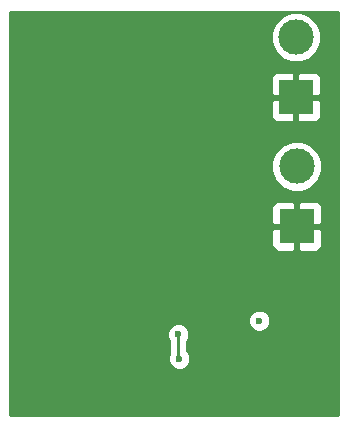
<source format=gbr>
G04 #@! TF.FileFunction,Copper,L2,Bot,Signal*
%FSLAX46Y46*%
G04 Gerber Fmt 4.6, Leading zero omitted, Abs format (unit mm)*
G04 Created by KiCad (PCBNEW 4.0.7) date 09/28/20 15:07:36*
%MOMM*%
%LPD*%
G01*
G04 APERTURE LIST*
%ADD10C,0.100000*%
%ADD11R,3.000000X3.000000*%
%ADD12C,3.000000*%
%ADD13C,0.600000*%
%ADD14C,0.250000*%
%ADD15C,0.254000*%
G04 APERTURE END LIST*
D10*
D11*
X162483800Y-93789500D03*
D12*
X162483800Y-88709500D03*
D11*
X162534600Y-104724200D03*
D12*
X162534600Y-99644200D03*
D13*
X163982400Y-118656100D03*
X165201600Y-116649500D03*
X142214600Y-97726500D03*
X146989800Y-97815400D03*
X142722600Y-108216700D03*
X146329400Y-104838500D03*
X149631400Y-104825800D03*
X162547300Y-107035600D03*
X159740600Y-93789500D03*
X155295600Y-112039400D03*
X157556200Y-112509300D03*
X148920200Y-111683800D03*
X150939500Y-117297200D03*
X159372300Y-112712500D03*
X152615900Y-115925600D03*
X152527000Y-113868200D03*
D14*
X152527000Y-113868200D02*
X152527000Y-115836700D01*
X152527000Y-115836700D02*
X152615900Y-115925600D01*
X152632384Y-115909116D02*
X152615900Y-115925600D01*
D15*
G36*
X166040742Y-120702618D02*
X138275893Y-120726782D01*
X138271128Y-114053367D01*
X151591838Y-114053367D01*
X151733883Y-114397143D01*
X151767000Y-114430318D01*
X151767000Y-115531840D01*
X151681062Y-115738801D01*
X151680738Y-116110767D01*
X151822783Y-116454543D01*
X152085573Y-116717792D01*
X152429101Y-116860438D01*
X152801067Y-116860762D01*
X153144843Y-116718717D01*
X153408092Y-116455927D01*
X153550738Y-116112399D01*
X153551062Y-115740433D01*
X153409017Y-115396657D01*
X153287000Y-115274427D01*
X153287000Y-114430663D01*
X153319192Y-114398527D01*
X153461838Y-114054999D01*
X153462162Y-113683033D01*
X153320117Y-113339257D01*
X153057327Y-113076008D01*
X152713799Y-112933362D01*
X152341833Y-112933038D01*
X151998057Y-113075083D01*
X151734808Y-113337873D01*
X151592162Y-113681401D01*
X151591838Y-114053367D01*
X138271128Y-114053367D01*
X138270303Y-112897667D01*
X158437138Y-112897667D01*
X158579183Y-113241443D01*
X158841973Y-113504692D01*
X159185501Y-113647338D01*
X159557467Y-113647662D01*
X159901243Y-113505617D01*
X160164492Y-113242827D01*
X160307138Y-112899299D01*
X160307462Y-112527333D01*
X160165417Y-112183557D01*
X159902627Y-111920308D01*
X159559099Y-111777662D01*
X159187133Y-111777338D01*
X158843357Y-111919383D01*
X158580108Y-112182173D01*
X158437462Y-112525701D01*
X158437138Y-112897667D01*
X138270303Y-112897667D01*
X138264672Y-105009950D01*
X160399600Y-105009950D01*
X160399600Y-106350509D01*
X160496273Y-106583898D01*
X160674901Y-106762527D01*
X160908290Y-106859200D01*
X162248850Y-106859200D01*
X162407600Y-106700450D01*
X162407600Y-104851200D01*
X162661600Y-104851200D01*
X162661600Y-106700450D01*
X162820350Y-106859200D01*
X164160910Y-106859200D01*
X164394299Y-106762527D01*
X164572927Y-106583898D01*
X164669600Y-106350509D01*
X164669600Y-105009950D01*
X164510850Y-104851200D01*
X162661600Y-104851200D01*
X162407600Y-104851200D01*
X160558350Y-104851200D01*
X160399600Y-105009950D01*
X138264672Y-105009950D01*
X138263307Y-103097891D01*
X160399600Y-103097891D01*
X160399600Y-104438450D01*
X160558350Y-104597200D01*
X162407600Y-104597200D01*
X162407600Y-102747950D01*
X162661600Y-102747950D01*
X162661600Y-104597200D01*
X164510850Y-104597200D01*
X164669600Y-104438450D01*
X164669600Y-103097891D01*
X164572927Y-102864502D01*
X164394299Y-102685873D01*
X164160910Y-102589200D01*
X162820350Y-102589200D01*
X162661600Y-102747950D01*
X162407600Y-102747950D01*
X162248850Y-102589200D01*
X160908290Y-102589200D01*
X160674901Y-102685873D01*
X160496273Y-102864502D01*
X160399600Y-103097891D01*
X138263307Y-103097891D01*
X138261143Y-100067015D01*
X160399230Y-100067015D01*
X160723580Y-100852000D01*
X161323641Y-101453109D01*
X162108059Y-101778828D01*
X162957415Y-101779570D01*
X163742400Y-101455220D01*
X164343509Y-100855159D01*
X164669228Y-100070741D01*
X164669970Y-99221385D01*
X164345620Y-98436400D01*
X163745559Y-97835291D01*
X162961141Y-97509572D01*
X162111785Y-97508830D01*
X161326800Y-97833180D01*
X160725691Y-98433241D01*
X160399972Y-99217659D01*
X160399230Y-100067015D01*
X138261143Y-100067015D01*
X138256864Y-94075250D01*
X160348800Y-94075250D01*
X160348800Y-95415809D01*
X160445473Y-95649198D01*
X160624101Y-95827827D01*
X160857490Y-95924500D01*
X162198050Y-95924500D01*
X162356800Y-95765750D01*
X162356800Y-93916500D01*
X162610800Y-93916500D01*
X162610800Y-95765750D01*
X162769550Y-95924500D01*
X164110110Y-95924500D01*
X164343499Y-95827827D01*
X164522127Y-95649198D01*
X164618800Y-95415809D01*
X164618800Y-94075250D01*
X164460050Y-93916500D01*
X162610800Y-93916500D01*
X162356800Y-93916500D01*
X160507550Y-93916500D01*
X160348800Y-94075250D01*
X138256864Y-94075250D01*
X138255499Y-92163191D01*
X160348800Y-92163191D01*
X160348800Y-93503750D01*
X160507550Y-93662500D01*
X162356800Y-93662500D01*
X162356800Y-91813250D01*
X162610800Y-91813250D01*
X162610800Y-93662500D01*
X164460050Y-93662500D01*
X164618800Y-93503750D01*
X164618800Y-92163191D01*
X164522127Y-91929802D01*
X164343499Y-91751173D01*
X164110110Y-91654500D01*
X162769550Y-91654500D01*
X162610800Y-91813250D01*
X162356800Y-91813250D01*
X162198050Y-91654500D01*
X160857490Y-91654500D01*
X160624101Y-91751173D01*
X160445473Y-91929802D01*
X160348800Y-92163191D01*
X138255499Y-92163191D01*
X138253334Y-89132315D01*
X160348430Y-89132315D01*
X160672780Y-89917300D01*
X161272841Y-90518409D01*
X162057259Y-90844128D01*
X162906615Y-90844870D01*
X163691600Y-90520520D01*
X164292709Y-89920459D01*
X164618428Y-89136041D01*
X164619170Y-88286685D01*
X164294820Y-87501700D01*
X163694759Y-86900591D01*
X162910341Y-86574872D01*
X162060985Y-86574130D01*
X161276000Y-86898480D01*
X160674891Y-87498541D01*
X160349172Y-88282959D01*
X160348430Y-89132315D01*
X138253334Y-89132315D01*
X138251507Y-86574391D01*
X166028554Y-86562309D01*
X166040742Y-120702618D01*
X166040742Y-120702618D01*
G37*
X166040742Y-120702618D02*
X138275893Y-120726782D01*
X138271128Y-114053367D01*
X151591838Y-114053367D01*
X151733883Y-114397143D01*
X151767000Y-114430318D01*
X151767000Y-115531840D01*
X151681062Y-115738801D01*
X151680738Y-116110767D01*
X151822783Y-116454543D01*
X152085573Y-116717792D01*
X152429101Y-116860438D01*
X152801067Y-116860762D01*
X153144843Y-116718717D01*
X153408092Y-116455927D01*
X153550738Y-116112399D01*
X153551062Y-115740433D01*
X153409017Y-115396657D01*
X153287000Y-115274427D01*
X153287000Y-114430663D01*
X153319192Y-114398527D01*
X153461838Y-114054999D01*
X153462162Y-113683033D01*
X153320117Y-113339257D01*
X153057327Y-113076008D01*
X152713799Y-112933362D01*
X152341833Y-112933038D01*
X151998057Y-113075083D01*
X151734808Y-113337873D01*
X151592162Y-113681401D01*
X151591838Y-114053367D01*
X138271128Y-114053367D01*
X138270303Y-112897667D01*
X158437138Y-112897667D01*
X158579183Y-113241443D01*
X158841973Y-113504692D01*
X159185501Y-113647338D01*
X159557467Y-113647662D01*
X159901243Y-113505617D01*
X160164492Y-113242827D01*
X160307138Y-112899299D01*
X160307462Y-112527333D01*
X160165417Y-112183557D01*
X159902627Y-111920308D01*
X159559099Y-111777662D01*
X159187133Y-111777338D01*
X158843357Y-111919383D01*
X158580108Y-112182173D01*
X158437462Y-112525701D01*
X158437138Y-112897667D01*
X138270303Y-112897667D01*
X138264672Y-105009950D01*
X160399600Y-105009950D01*
X160399600Y-106350509D01*
X160496273Y-106583898D01*
X160674901Y-106762527D01*
X160908290Y-106859200D01*
X162248850Y-106859200D01*
X162407600Y-106700450D01*
X162407600Y-104851200D01*
X162661600Y-104851200D01*
X162661600Y-106700450D01*
X162820350Y-106859200D01*
X164160910Y-106859200D01*
X164394299Y-106762527D01*
X164572927Y-106583898D01*
X164669600Y-106350509D01*
X164669600Y-105009950D01*
X164510850Y-104851200D01*
X162661600Y-104851200D01*
X162407600Y-104851200D01*
X160558350Y-104851200D01*
X160399600Y-105009950D01*
X138264672Y-105009950D01*
X138263307Y-103097891D01*
X160399600Y-103097891D01*
X160399600Y-104438450D01*
X160558350Y-104597200D01*
X162407600Y-104597200D01*
X162407600Y-102747950D01*
X162661600Y-102747950D01*
X162661600Y-104597200D01*
X164510850Y-104597200D01*
X164669600Y-104438450D01*
X164669600Y-103097891D01*
X164572927Y-102864502D01*
X164394299Y-102685873D01*
X164160910Y-102589200D01*
X162820350Y-102589200D01*
X162661600Y-102747950D01*
X162407600Y-102747950D01*
X162248850Y-102589200D01*
X160908290Y-102589200D01*
X160674901Y-102685873D01*
X160496273Y-102864502D01*
X160399600Y-103097891D01*
X138263307Y-103097891D01*
X138261143Y-100067015D01*
X160399230Y-100067015D01*
X160723580Y-100852000D01*
X161323641Y-101453109D01*
X162108059Y-101778828D01*
X162957415Y-101779570D01*
X163742400Y-101455220D01*
X164343509Y-100855159D01*
X164669228Y-100070741D01*
X164669970Y-99221385D01*
X164345620Y-98436400D01*
X163745559Y-97835291D01*
X162961141Y-97509572D01*
X162111785Y-97508830D01*
X161326800Y-97833180D01*
X160725691Y-98433241D01*
X160399972Y-99217659D01*
X160399230Y-100067015D01*
X138261143Y-100067015D01*
X138256864Y-94075250D01*
X160348800Y-94075250D01*
X160348800Y-95415809D01*
X160445473Y-95649198D01*
X160624101Y-95827827D01*
X160857490Y-95924500D01*
X162198050Y-95924500D01*
X162356800Y-95765750D01*
X162356800Y-93916500D01*
X162610800Y-93916500D01*
X162610800Y-95765750D01*
X162769550Y-95924500D01*
X164110110Y-95924500D01*
X164343499Y-95827827D01*
X164522127Y-95649198D01*
X164618800Y-95415809D01*
X164618800Y-94075250D01*
X164460050Y-93916500D01*
X162610800Y-93916500D01*
X162356800Y-93916500D01*
X160507550Y-93916500D01*
X160348800Y-94075250D01*
X138256864Y-94075250D01*
X138255499Y-92163191D01*
X160348800Y-92163191D01*
X160348800Y-93503750D01*
X160507550Y-93662500D01*
X162356800Y-93662500D01*
X162356800Y-91813250D01*
X162610800Y-91813250D01*
X162610800Y-93662500D01*
X164460050Y-93662500D01*
X164618800Y-93503750D01*
X164618800Y-92163191D01*
X164522127Y-91929802D01*
X164343499Y-91751173D01*
X164110110Y-91654500D01*
X162769550Y-91654500D01*
X162610800Y-91813250D01*
X162356800Y-91813250D01*
X162198050Y-91654500D01*
X160857490Y-91654500D01*
X160624101Y-91751173D01*
X160445473Y-91929802D01*
X160348800Y-92163191D01*
X138255499Y-92163191D01*
X138253334Y-89132315D01*
X160348430Y-89132315D01*
X160672780Y-89917300D01*
X161272841Y-90518409D01*
X162057259Y-90844128D01*
X162906615Y-90844870D01*
X163691600Y-90520520D01*
X164292709Y-89920459D01*
X164618428Y-89136041D01*
X164619170Y-88286685D01*
X164294820Y-87501700D01*
X163694759Y-86900591D01*
X162910341Y-86574872D01*
X162060985Y-86574130D01*
X161276000Y-86898480D01*
X160674891Y-87498541D01*
X160349172Y-88282959D01*
X160348430Y-89132315D01*
X138253334Y-89132315D01*
X138251507Y-86574391D01*
X166028554Y-86562309D01*
X166040742Y-120702618D01*
M02*

</source>
